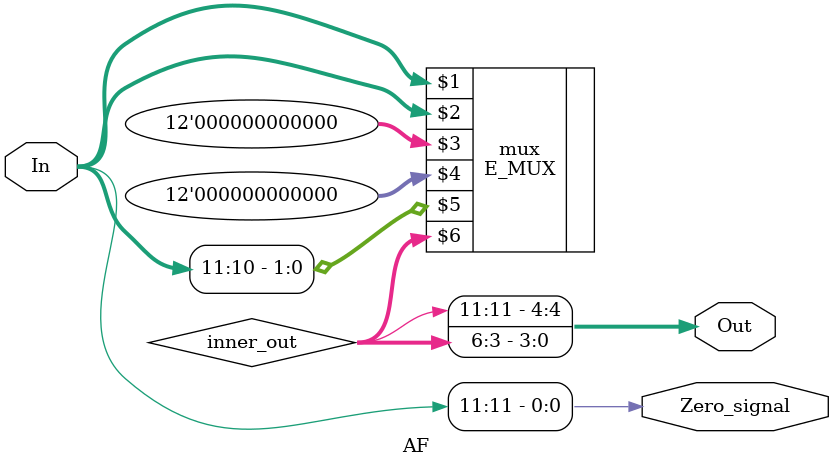
<source format=v>
module AF(In , Out , Zero_signal);
    input [11:0] In;
    output [4:0] Out;
    output  [0:0] Zero_signal;

    wire [11:0] inner_out;
    E_MUX #(12) mux(In , In, 12'b0 , 12'b0 , In[11:10], inner_out);
    assign Out = {inner_out[11] , inner_out[6] , inner_out[5:3]};
    assign Zero_signal = In[11];
endmodule
</source>
